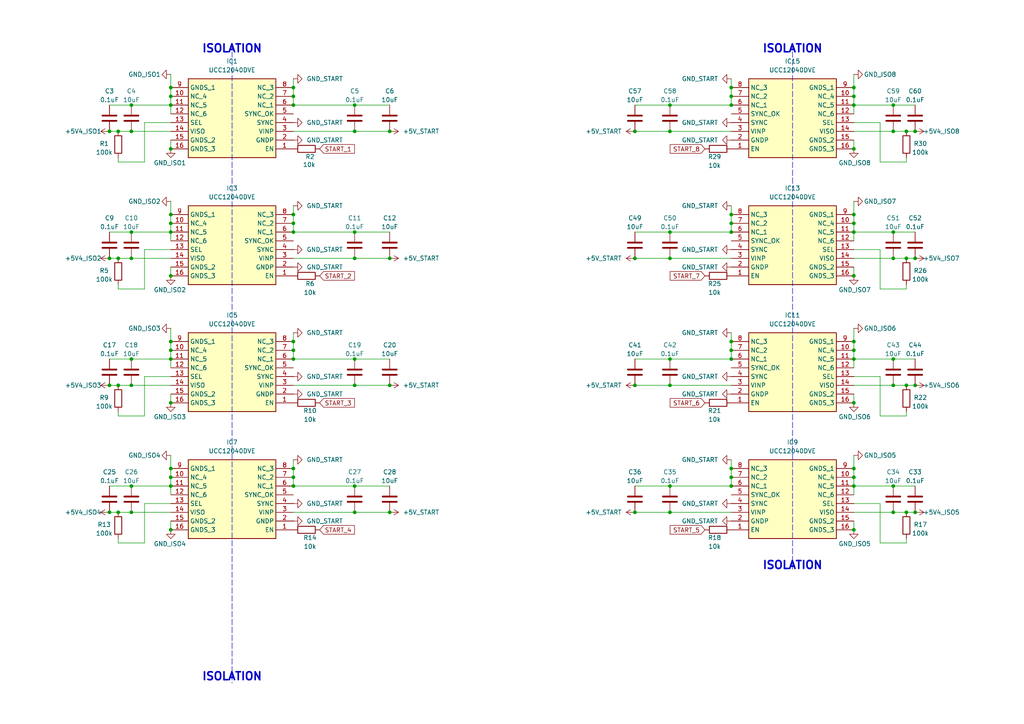
<source format=kicad_sch>
(kicad_sch (version 20250114) (generator "eeschema") (generator_version "9.0")
  (paper "A4")
  (title_block (title "LV_Kontrola_Main") (rev "1.00A") (company "\"Black Hornets\" Formula Student team") (comment 1 "Authors: Dusan Novkovic; Nikola Popovic") (comment 2 "Subteam: Low Voltage team"))
  (lib_symbols
    (symbol "Device:C" (pin_numbers (hide yes)) (pin_names (offset 0.254))
      (property "Reference" "C" (at 0.635 2.54 0))
      (property "Value" "C" (at 0.635 -2.54 0))
      (symbol "C_0_1"
        (polyline (pts (xy -2.032 0.762) (xy 2.032 0.762)) (stroke (width 0.508)))
        (polyline (pts (xy -2.032 -0.762) (xy 2.032 -0.762)) (stroke (width 0.508)))
      )
      (symbol "C_1_1"
        (pin passive line (at 0 3.81 270) (length 2.794) (name "~") (number "1"))
        (pin passive line (at 0 -3.81 90) (length 2.794) (name "~") (number "2"))
      )
    )
    (symbol "Device:R" (pin_numbers (hide yes)) (pin_names (offset 0))
      (property "Reference" "R" (at 2.032 0 90))
      (property "Value" "R" (at 0 0 90))
      (symbol "R_0_1"
        (rectangle (start -1.016 -2.54) (end 1.016 2.54) (stroke (width 0.254)))
      )
      (symbol "R_1_1"
        (pin passive line (at 0 3.81 270) (length 1.27) (name "~") (number "1"))
        (pin passive line (at 0 -3.81 90) (length 1.27) (name "~") (number "2"))
      )
    )
    (symbol "UCC12040DVE:UCC12040DVE"
      (property "Reference" "IC" (at 31.75 7.62 0))
      (property "Value" "UCC12040DVE" (at 31.75 5.08 0))
      (symbol "UCC12040DVE_1_1"
        (rectangle (start 5.08 2.54) (end 30.48 -20.32) (stroke (width 0.254)) (fill (type background)))
        (pin passive line (at 0 0 0) (length 5.08) (name "EN") (number "1"))
        (pin passive line (at 0 -2.54 0) (length 5.08) (name "GNDP") (number "2"))
        (pin passive line (at 0 -5.08 0) (length 5.08) (name "VINP") (number "3"))
        (pin passive line (at 0 -7.62 0) (length 5.08) (name "SYNC") (number "4"))
        (pin passive line (at 0 -10.16 0) (length 5.08) (name "SYNC_OK") (number "5"))
        (pin passive line (at 0 -12.7 0) (length 5.08) (name "NC_1") (number "6"))
        (pin passive line (at 0 -15.24 0) (length 5.08) (name "NC_2") (number "7"))
        (pin passive line (at 0 -17.78 0) (length 5.08) (name "NC_3") (number "8"))
        (pin passive line (at 35.56 0 180) (length 5.08) (name "GNDS_3") (number "16"))
        (pin passive line (at 35.56 -2.54 180) (length 5.08) (name "GNDS_2") (number "15"))
        (pin passive line (at 35.56 -5.08 180) (length 5.08) (name "VISO") (number "14"))
        (pin passive line (at 35.56 -7.62 180) (length 5.08) (name "SEL") (number "13"))
        (pin passive line (at 35.56 -10.16 180) (length 5.08) (name "NC_6") (number "12"))
        (pin passive line (at 35.56 -12.7 180) (length 5.08) (name "NC_5") (number "11"))
        (pin passive line (at 35.56 -15.24 180) (length 5.08) (name "NC_4") (number "10"))
        (pin passive line (at 35.56 -17.78 180) (length 5.08) (name "GNDS_1") (number "9"))
      )
    )
    (symbol "power:+5V" (power) (pin_numbers (hide yes)) (pin_names (offset 0) (hide yes))
      (property "Value" "+5V" (at 0 3.556 0))
      (symbol "+5V_0_1"
        (polyline (pts (xy -0.762 1.27) (xy 0 2.54)))
        (polyline (pts (xy 0 2.54) (xy 0.762 1.27)))
        (polyline (pts (xy 0 0) (xy 0 2.54)))
      )
      (symbol "+5V_1_1"
        (pin power_in line (at 0 0 90) (length 0) (name "~") (number "1"))
      )
    )
    (symbol "power:GND" (power) (pin_numbers (hide yes)) (pin_names (offset 0) (hide yes))
      (property "Value" "GND" (at 0 -3.81 0))
      (symbol "GND_0_1"
        (polyline (pts (xy 0 0) (xy 0 -1.27) (xy 1.27 -1.27) (xy 0 -2.54) (xy -1.27 -1.27) (xy 0 -1.27)))
      )
      (symbol "GND_1_1"
        (pin power_in line (at 0 0 270) (length 0) (name "~") (number "1"))
      )
    )
  )
  (text "ISOLATION" (at 67.31 196.342 0) (effects (font (size 2.286 2.286) (thickness 0.4572) (bold yes))))
  (text "ISOLATION" (at 229.87 14.224 0) (effects (font (size 2.286 2.286) (thickness 0.4572) (bold yes))))
  (text "ISOLATION" (at 67.31 14.224 0) (effects (font (size 2.286 2.286) (thickness 0.4572) (bold yes))))
  (text "ISOLATION" (at 229.87 164.084 0) (effects (font (size 2.286 2.286) (thickness 0.4572) (bold yes))))
  (junction (at 262.89 74.93))
  (junction (at 102.87 67.31))
  (junction (at 247.65 80.01))
  (junction (at 49.53 101.6))
  (junction (at 85.09 64.77))
  (junction (at 85.09 138.43))
  (junction (at 34.29 111.76))
  (junction (at 212.09 140.97))
  (junction (at 38.1 148.59))
  (junction (at 113.03 38.1))
  (junction (at 212.09 67.31))
  (junction (at 247.65 138.43))
  (junction (at 247.65 25.4))
  (junction (at 247.65 30.48))
  (junction (at 184.15 38.1))
  (junction (at 247.65 67.31))
  (junction (at 259.08 38.1))
  (junction (at 247.65 62.23))
  (junction (at 85.09 104.14))
  (junction (at 49.53 27.94))
  (junction (at 49.53 62.23))
  (junction (at 38.1 111.76))
  (junction (at 194.31 38.1))
  (junction (at 49.53 153.67))
  (junction (at 49.53 140.97))
  (junction (at 184.15 74.93))
  (junction (at 49.53 99.06))
  (junction (at 212.09 99.06))
  (junction (at 102.87 74.93))
  (junction (at 259.08 111.76))
  (junction (at 247.65 101.6))
  (junction (at 184.15 111.76))
  (junction (at 49.53 80.01))
  (junction (at 85.09 25.4))
  (junction (at 265.43 74.93))
  (junction (at 212.09 101.6))
  (junction (at 194.31 30.48))
  (junction (at 259.08 30.48))
  (junction (at 85.09 27.94))
  (junction (at 247.65 140.97))
  (junction (at 113.03 111.76))
  (junction (at 102.87 140.97))
  (junction (at 49.53 104.14))
  (junction (at 38.1 30.48))
  (junction (at 194.31 140.97))
  (junction (at 259.08 67.31))
  (junction (at 113.03 148.59))
  (junction (at 49.53 64.77))
  (junction (at 194.31 67.31))
  (junction (at 85.09 99.06))
  (junction (at 262.89 111.76))
  (junction (at 265.43 111.76))
  (junction (at 34.29 74.93))
  (junction (at 85.09 62.23))
  (junction (at 49.53 67.31))
  (junction (at 102.87 38.1))
  (junction (at 212.09 138.43))
  (junction (at 85.09 140.97))
  (junction (at 212.09 64.77))
  (junction (at 247.65 116.84))
  (junction (at 212.09 25.4))
  (junction (at 85.09 67.31))
  (junction (at 31.75 38.1))
  (junction (at 38.1 140.97))
  (junction (at 259.08 104.14))
  (junction (at 265.43 38.1))
  (junction (at 262.89 148.59))
  (junction (at 38.1 38.1))
  (junction (at 49.53 135.89))
  (junction (at 38.1 67.31))
  (junction (at 212.09 30.48))
  (junction (at 262.89 38.1))
  (junction (at 247.65 104.14))
  (junction (at 49.53 138.43))
  (junction (at 259.08 140.97))
  (junction (at 194.31 111.76))
  (junction (at 31.75 74.93))
  (junction (at 184.15 148.59))
  (junction (at 49.53 25.4))
  (junction (at 259.08 148.59))
  (junction (at 49.53 43.18))
  (junction (at 102.87 104.14))
  (junction (at 38.1 74.93))
  (junction (at 212.09 62.23))
  (junction (at 102.87 148.59))
  (junction (at 34.29 148.59))
  (junction (at 34.29 38.1))
  (junction (at 247.65 99.06))
  (junction (at 194.31 148.59))
  (junction (at 31.75 148.59))
  (junction (at 259.08 74.93))
  (junction (at 194.31 74.93))
  (junction (at 265.43 148.59))
  (junction (at 49.53 116.84))
  (junction (at 247.65 153.67))
  (junction (at 212.09 104.14))
  (junction (at 85.09 101.6))
  (junction (at 85.09 135.89))
  (junction (at 31.75 111.76))
  (junction (at 102.87 111.76))
  (junction (at 247.65 43.18))
  (junction (at 113.03 74.93))
  (junction (at 194.31 104.14))
  (junction (at 38.1 104.14))
  (junction (at 212.09 135.89))
  (junction (at 102.87 30.48))
  (junction (at 212.09 27.94))
  (junction (at 85.09 30.48))
  (junction (at 49.53 30.48))
  (junction (at 247.65 64.77))
  (junction (at 247.65 27.94))
  (junction (at 247.65 135.89))
  (wire (pts (xy 262.89 148.59) (xy 259.08 148.59)))
  (wire (pts (xy 265.43 111.76) (xy 262.89 111.76)))
  (wire (pts (xy 262.89 46.99) (xy 262.89 45.72)))
  (wire (pts (xy 194.31 140.97) (xy 184.15 140.97)))
  (wire (pts (xy 247.65 138.43) (xy 247.65 140.97)))
  (wire (pts (xy 194.31 148.59) (xy 184.15 148.59)))
  (wire (pts (xy 255.27 72.39) (xy 255.27 83.82)))
  (wire (pts (xy 49.53 104.14) (xy 49.53 106.68)))
  (wire (pts (xy 247.65 62.23) (xy 247.65 64.77)))
  (wire (pts (xy 247.65 58.42) (xy 247.65 62.23)))
  (wire (pts (xy 85.09 101.6) (xy 85.09 104.14)))
  (wire (pts (xy 49.53 40.64) (xy 49.53 43.18)))
  (wire (pts (xy 102.87 104.14) (xy 113.03 104.14)))
  (wire (pts (xy 49.53 25.4) (xy 49.53 27.94)))
  (wire (pts (xy 194.31 74.93) (xy 184.15 74.93)))
  (wire (pts (xy 49.53 21.59) (xy 49.53 25.4)))
  (wire (pts (xy 34.29 148.59) (xy 38.1 148.59)))
  (wire (pts (xy 38.1 148.59) (xy 49.53 148.59)))
  (wire (pts (xy 49.53 101.6) (xy 49.53 104.14)))
  (wire (pts (xy 102.87 67.31) (xy 113.03 67.31)))
  (wire (pts (xy 259.08 30.48) (xy 247.65 30.48)))
  (wire (pts (xy 31.75 38.1) (xy 34.29 38.1)))
  (wire (pts (xy 41.91 35.56) (xy 41.91 46.99)))
  (wire (pts (xy 212.09 138.43) (xy 212.09 140.97)))
  (wire (pts (xy 247.65 30.48) (xy 247.65 33.02)))
  (wire (pts (xy 49.53 58.42) (xy 49.53 62.23)))
  (wire (pts (xy 49.53 140.97) (xy 49.53 143.51)))
  (wire (pts (xy 38.1 111.76) (xy 49.53 111.76)))
  (wire (pts (xy 262.89 38.1) (xy 259.08 38.1)))
  (wire (pts (xy 212.09 140.97) (xy 194.31 140.97)))
  (wire (pts (xy 49.53 72.39) (xy 41.91 72.39)))
  (wire (pts (xy 247.65 104.14) (xy 247.65 106.68)))
  (wire (pts (xy 255.27 120.65) (xy 262.89 120.65)))
  (wire (pts (xy 102.87 140.97) (xy 113.03 140.97)))
  (wire (pts (xy 259.08 74.93) (xy 247.65 74.93)))
  (wire (pts (xy 31.75 30.48) (xy 38.1 30.48)))
  (wire (pts (xy 212.09 101.6) (xy 212.09 104.14)))
  (wire (pts (xy 247.65 114.3) (xy 247.65 116.84)))
  (wire (pts (xy 85.09 27.94) (xy 85.09 30.48)))
  (wire (pts (xy 49.53 146.05) (xy 41.91 146.05)))
  (wire (pts (xy 259.08 148.59) (xy 247.65 148.59)))
  (wire (pts (xy 49.53 132.08) (xy 49.53 135.89)))
  (wire (pts (xy 247.65 27.94) (xy 247.65 30.48)))
  (wire (pts (xy 34.29 120.65) (xy 34.29 119.38)))
  (wire (pts (xy 262.89 157.48) (xy 262.89 156.21)))
  (wire (pts (xy 49.53 151.13) (xy 49.53 153.67)))
  (wire (pts (xy 38.1 38.1) (xy 49.53 38.1)))
  (wire (pts (xy 247.65 101.6) (xy 247.65 104.14)))
  (wire (pts (xy 102.87 111.76) (xy 113.03 111.76)))
  (wire (pts (xy 85.09 135.89) (xy 85.09 138.43)))
  (wire (pts (xy 212.09 67.31) (xy 194.31 67.31)))
  (wire (pts (xy 49.53 30.48) (xy 49.53 33.02)))
  (wire (pts (xy 49.53 114.3) (xy 49.53 116.84)))
  (wire (pts (xy 41.91 157.48) (xy 34.29 157.48)))
  (wire (pts (xy 49.53 109.22) (xy 41.91 109.22)))
  (wire (pts (xy 212.09 99.06) (xy 212.09 101.6)))
  (wire (pts (xy 247.65 109.22) (xy 255.27 109.22)))
  (wire (pts (xy 85.09 96.52) (xy 85.09 99.06)))
  (wire (pts (xy 49.53 138.43) (xy 49.53 140.97)))
  (wire (pts (xy 255.27 46.99) (xy 262.89 46.99)))
  (wire (pts (xy 38.1 74.93) (xy 49.53 74.93)))
  (wire (pts (xy 212.09 27.94) (xy 212.09 30.48)))
  (wire (pts (xy 212.09 38.1) (xy 194.31 38.1)))
  (wire (pts (xy 38.1 104.14) (xy 49.53 104.14)))
  (wire (pts (xy 102.87 30.48) (xy 113.03 30.48)))
  (wire (pts (xy 265.43 104.14) (xy 259.08 104.14)))
  (wire (pts (xy 49.53 35.56) (xy 41.91 35.56)))
  (wire (pts (xy 49.53 135.89) (xy 49.53 138.43)))
  (wire (pts (xy 212.09 25.4) (xy 212.09 27.94)))
  (wire (pts (xy 85.09 64.77) (xy 85.09 67.31)))
  (wire (pts (xy 262.89 111.76) (xy 259.08 111.76)))
  (wire (pts (xy 85.09 138.43) (xy 85.09 140.97)))
  (wire (pts (xy 255.27 157.48) (xy 262.89 157.48)))
  (wire (pts (xy 212.09 62.23) (xy 212.09 64.77)))
  (wire (pts (xy 259.08 111.76) (xy 247.65 111.76)))
  (wire (pts (xy 102.87 148.59) (xy 113.03 148.59)))
  (wire (pts (xy 31.75 140.97) (xy 38.1 140.97)))
  (wire (pts (xy 31.75 104.14) (xy 38.1 104.14)))
  (wire (pts (xy 85.09 133.35) (xy 85.09 135.89)))
  (wire (pts (xy 41.91 120.65) (xy 34.29 120.65)))
  (wire (pts (xy 212.09 74.93) (xy 194.31 74.93)))
  (wire (pts (xy 38.1 140.97) (xy 49.53 140.97)))
  (wire (pts (xy 41.91 72.39) (xy 41.91 83.82)))
  (wire (pts (xy 262.89 83.82) (xy 262.89 82.55)))
  (wire (pts (xy 85.09 22.86) (xy 85.09 25.4)))
  (wire (pts (xy 212.09 111.76) (xy 194.31 111.76)))
  (wire (pts (xy 259.08 38.1) (xy 247.65 38.1)))
  (wire (pts (xy 212.09 133.35) (xy 212.09 135.89)))
  (wire (pts (xy 34.29 38.1) (xy 38.1 38.1)))
  (wire (pts (xy 41.91 109.22) (xy 41.91 120.65)))
  (wire (pts (xy 265.43 140.97) (xy 259.08 140.97)))
  (wire (pts (xy 255.27 146.05) (xy 255.27 157.48)))
  (wire (pts (xy 41.91 83.82) (xy 34.29 83.82)))
  (wire (pts (xy 31.75 74.93) (xy 34.29 74.93)))
  (wire (pts (xy 194.31 30.48) (xy 184.15 30.48)))
  (wire (pts (xy 212.09 96.52) (xy 212.09 99.06)))
  (wire (pts (xy 247.65 135.89) (xy 247.65 138.43)))
  (wire (pts (xy 102.87 38.1) (xy 113.03 38.1)))
  (wire (pts (xy 34.29 157.48) (xy 34.29 156.21)))
  (wire (pts (xy 49.53 95.25) (xy 49.53 99.06)))
  (wire (pts (xy 247.65 21.59) (xy 247.65 25.4)))
  (wire (pts (xy 85.09 140.97) (xy 102.87 140.97)))
  (wire (pts (xy 194.31 38.1) (xy 184.15 38.1)))
  (wire (pts (xy 212.09 135.89) (xy 212.09 138.43)))
  (wire (pts (xy 38.1 67.31) (xy 49.53 67.31)))
  (wire (pts (xy 194.31 67.31) (xy 184.15 67.31)))
  (wire (pts (xy 262.89 120.65) (xy 262.89 119.38)))
  (wire (pts (xy 85.09 30.48) (xy 102.87 30.48)))
  (wire (pts (xy 49.53 62.23) (xy 49.53 64.77)))
  (wire (pts (xy 247.65 35.56) (xy 255.27 35.56)))
  (wire (pts (xy 265.43 30.48) (xy 259.08 30.48)))
  (wire (pts (xy 41.91 146.05) (xy 41.91 157.48)))
  (wire (pts (xy 85.09 74.93) (xy 102.87 74.93)))
  (wire (pts (xy 255.27 35.56) (xy 255.27 46.99)))
  (wire (pts (xy 49.53 27.94) (xy 49.53 30.48)))
  (polyline (pts (xy 67.31 12.7) (xy 67.31 198.12)) (stroke (width 0) (type dash)))
  (wire (pts (xy 212.09 64.77) (xy 212.09 67.31)))
  (wire (pts (xy 85.09 111.76) (xy 102.87 111.76)))
  (wire (pts (xy 247.65 95.25) (xy 247.65 99.06)))
  (wire (pts (xy 212.09 30.48) (xy 194.31 30.48)))
  (wire (pts (xy 38.1 30.48) (xy 49.53 30.48)))
  (wire (pts (xy 85.09 25.4) (xy 85.09 27.94)))
  (wire (pts (xy 34.29 83.82) (xy 34.29 82.55)))
  (wire (pts (xy 247.65 40.64) (xy 247.65 43.18)))
  (wire (pts (xy 49.53 77.47) (xy 49.53 80.01)))
  (wire (pts (xy 265.43 67.31) (xy 259.08 67.31)))
  (wire (pts (xy 31.75 148.59) (xy 34.29 148.59)))
  (wire (pts (xy 212.09 59.69) (xy 212.09 62.23)))
  (wire (pts (xy 102.87 74.93) (xy 113.03 74.93)))
  (wire (pts (xy 259.08 104.14) (xy 247.65 104.14)))
  (wire (pts (xy 265.43 38.1) (xy 262.89 38.1)))
  (wire (pts (xy 247.65 146.05) (xy 255.27 146.05)))
  (wire (pts (xy 247.65 67.31) (xy 247.65 69.85)))
  (wire (pts (xy 85.09 38.1) (xy 102.87 38.1)))
  (wire (pts (xy 255.27 109.22) (xy 255.27 120.65)))
  (polyline (pts (xy 229.87 12.7) (xy 229.87 165.1)) (stroke (width 0) (type dash)))
  (wire (pts (xy 49.53 99.06) (xy 49.53 101.6)))
  (wire (pts (xy 31.75 67.31) (xy 38.1 67.31)))
  (wire (pts (xy 85.09 62.23) (xy 85.09 64.77)))
  (wire (pts (xy 265.43 148.59) (xy 262.89 148.59)))
  (wire (pts (xy 194.31 104.14) (xy 184.15 104.14)))
  (wire (pts (xy 85.09 59.69) (xy 85.09 62.23)))
  (wire (pts (xy 247.65 151.13) (xy 247.65 153.67)))
  (wire (pts (xy 34.29 74.93) (xy 38.1 74.93)))
  (wire (pts (xy 49.53 64.77) (xy 49.53 67.31)))
  (wire (pts (xy 247.65 72.39) (xy 255.27 72.39)))
  (wire (pts (xy 49.53 67.31) (xy 49.53 69.85)))
  (wire (pts (xy 259.08 67.31) (xy 247.65 67.31)))
  (wire (pts (xy 265.43 74.93) (xy 262.89 74.93)))
  (wire (pts (xy 85.09 67.31) (xy 102.87 67.31)))
  (wire (pts (xy 247.65 132.08) (xy 247.65 135.89)))
  (wire (pts (xy 212.09 148.59) (xy 194.31 148.59)))
  (wire (pts (xy 262.89 74.93) (xy 259.08 74.93)))
  (wire (pts (xy 212.09 22.86) (xy 212.09 25.4)))
  (wire (pts (xy 85.09 104.14) (xy 102.87 104.14)))
  (wire (pts (xy 247.65 99.06) (xy 247.65 101.6)))
  (wire (pts (xy 247.65 25.4) (xy 247.65 27.94)))
  (wire (pts (xy 212.09 104.14) (xy 194.31 104.14)))
  (wire (pts (xy 85.09 99.06) (xy 85.09 101.6)))
  (wire (pts (xy 31.75 111.76) (xy 34.29 111.76)))
  (wire (pts (xy 34.29 46.99) (xy 34.29 45.72)))
  (wire (pts (xy 247.65 77.47) (xy 247.65 80.01)))
  (wire (pts (xy 255.27 83.82) (xy 262.89 83.82)))
  (wire (pts (xy 85.09 148.59) (xy 102.87 148.59)))
  (wire (pts (xy 247.65 64.77) (xy 247.65 67.31)))
  (wire (pts (xy 259.08 140.97) (xy 247.65 140.97)))
  (wire (pts (xy 34.29 111.76) (xy 38.1 111.76)))
  (wire (pts (xy 41.91 46.99) (xy 34.29 46.99)))
  (wire (pts (xy 194.31 111.76) (xy 184.15 111.76)))
  (wire (pts (xy 247.65 140.97) (xy 247.65 143.51)))
  (global_label "START_1" (shape input) (at 92.71 43.18 0) (property "Intersheetrefs" "${INTERSHEET_REFS}" (effects (hide yes))))
  (global_label "START_7" (shape input) (at 204.47 80.01 180) (property "Intersheetrefs" "${INTERSHEET_REFS}" (effects (hide yes))))
  (global_label "START_5" (shape input) (at 204.47 153.67 180) (property "Intersheetrefs" "${INTERSHEET_REFS}" (effects (hide yes))))
  (global_label "START_3" (shape input) (at 92.71 116.84 0) (property "Intersheetrefs" "${INTERSHEET_REFS}" (effects (hide yes))))
  (global_label "START_6" (shape input) (at 204.47 116.84 180) (property "Intersheetrefs" "${INTERSHEET_REFS}" (effects (hide yes))))
  (global_label "START_2" (shape input) (at 92.71 80.01 0) (property "Intersheetrefs" "${INTERSHEET_REFS}" (effects (hide yes))))
  (global_label "START_8" (shape input) (at 204.47 43.18 180) (property "Intersheetrefs" "${INTERSHEET_REFS}" (effects (hide yes))))
  (global_label "START_4" (shape input) (at 92.71 153.67 0) (property "Intersheetrefs" "${INTERSHEET_REFS}" (effects (hide yes))))
  (symbol (lib_id "Device:C") (at 265.43 34.29 0) (mirror x) (unit 1)
    (property "Reference" "C60" (at 265.43 26.416 0))
    (property "Value" "0.1uF" (at 265.43 28.956 0))
    (property "Description" "Unpolarized capacitor" (effects (hide yes)))
  )
  (symbol (lib_id "power:GND") (at 49.53 43.18 0) (unit 1)
    (property "Reference" "#PWR03" (effects (hide yes)))
    (property "Value" "GND_ISO1" (at 49.276 47.244 0))
    (property "Description" "Power symbol creates a global label with name \"GND\" , ground" (effects (hide yes)))
  )
  (symbol (lib_id "power:GND") (at 85.09 109.22 90) (unit 1)
    (property "Reference" "#PWR033" (effects (hide yes)))
    (property "Value" "GND_START" (at 88.9 109.2199 90) (effects (justify right)))
    (property "Description" "Power symbol creates a global label with name \"GND\" , ground" (effects (hide yes)))
  )
  (symbol (lib_id "Device:R") (at 262.89 78.74 0) (mirror x) (unit 1)
    (property "Reference" "R26" (at 266.954 78.486 0))
    (property "Value" "100k" (at 266.954 81.026 0))
    (property "Description" "Resistor" (effects (hide yes)))
  )
  (symbol (lib_id "power:GND") (at 85.09 72.39 90) (unit 1)
    (property "Reference" "#PWR019" (effects (hide yes)))
    (property "Value" "GND_START" (at 88.9 72.3899 90) (effects (justify right)))
    (property "Description" "Power symbol creates a global label with name \"GND\" , ground" (effects (hide yes)))
  )
  (symbol (lib_id "power:+5V") (at 113.03 38.1 270) (unit 1)
    (property "Reference" "#PWR016" (effects (hide yes)))
    (property "Value" "+5V_START" (at 116.84 38.0999 90) (effects (justify left)))
    (property "Description" "Power symbol creates a global label with name \"+5V\"" (effects (hide yes)))
  )
  (symbol (lib_id "power:+5V") (at 265.43 74.93 270) (mirror x) (unit 1)
    (property "Reference" "#PWR091" (effects (hide yes)))
    (property "Value" "+5V4_ISO7" (at 273.05 74.93 90))
    (property "Description" "Power symbol creates a global label with name \"+5V\"" (effects (hide yes)))
  )
  (symbol (lib_id "power:+5V") (at 184.15 148.59 90) (mirror x) (unit 1)
    (property "Reference" "#PWR063" (effects (hide yes)))
    (property "Value" "+5V_START" (at 180.34 148.5899 90) (effects (justify left)))
    (property "Description" "Power symbol creates a global label with name \"+5V\"" (effects (hide yes)))
  )
  (symbol (lib_id "Device:C") (at 194.31 144.78 0) (mirror x) (unit 1)
    (property "Reference" "C35" (at 194.31 136.906 0))
    (property "Value" "0.1uF" (at 194.31 139.446 0))
    (property "Description" "Unpolarized capacitor" (effects (hide yes)))
  )
  (symbol (lib_id "power:GND") (at 212.09 96.52 270) (mirror x) (unit 1)
    (property "Reference" "#PWR072" (effects (hide yes)))
    (property "Value" "GND_START" (at 208.28 96.5199 90) (effects (justify right)))
    (property "Description" "Power symbol creates a global label with name \"GND\" , ground" (effects (hide yes)))
  )
  (symbol (lib_id "Device:C") (at 102.87 107.95 180) (unit 1)
    (property "Reference" "C19" (at 102.87 100.076 0))
    (property "Value" "0.1uF" (at 102.87 102.616 0))
    (property "Description" "Unpolarized capacitor" (effects (hide yes)))
  )
  (symbol (lib_id "power:+5V") (at 31.75 38.1 90) (unit 1)
    (property "Reference" "#PWR013" (effects (hide yes)))
    (property "Value" "+5V4_ISO1" (at 24.13 38.1 90))
    (property "Description" "Power symbol creates a global label with name \"+5V\"" (effects (hide yes)))
  )
  (symbol (lib_id "power:GND") (at 212.09 22.86 270) (mirror x) (unit 1)
    (property "Reference" "#PWR0100" (effects (hide yes)))
    (property "Value" "GND_START" (at 208.28 22.8599 90) (effects (justify right)))
    (property "Description" "Power symbol creates a global label with name \"GND\" , ground" (effects (hide yes)))
  )
  (symbol (lib_id "Device:C") (at 184.15 34.29 0) (mirror x) (unit 1)
    (property "Reference" "C57" (at 184.15 26.416 0))
    (property "Value" "10uF" (at 184.15 28.956 0))
    (property "Description" "Unpolarized capacitor" (effects (hide yes)))
  )
  (symbol (lib_id "Device:C") (at 31.75 34.29 180) (unit 1)
    (property "Reference" "C3" (at 31.75 26.416 0))
    (property "Value" "0.1uF" (at 31.75 28.956 0))
    (property "Description" "Unpolarized capacitor" (effects (hide yes)))
  )
  (symbol (lib_id "Device:C") (at 113.03 34.29 180) (unit 1)
    (property "Reference" "C6" (at 113.03 26.416 0))
    (property "Value" "10uF" (at 113.03 28.956 0))
    (property "Description" "Unpolarized capacitor" (effects (hide yes)))
  )
  (symbol (lib_id "UCC12040DVE:UCC12040DVE") (at 85.09 80.01 180) (unit 1)
    (property "Reference" "IC3" (at 67.31 54.61 0))
    (property "Value" "UCC12040DVE" (at 67.31 57.15 0))
    (property "Footprint" "SOIC127P1030X265-16N" (effects (hide yes)))
    (property "Datasheet" "https://www.ti.com/lit/gpn/UCC12040" (effects (hide yes)))
    (property "Description" "Isolated DC/DC Converters 500mW, high efficiency 3kVrms isolated DC-DC converter 16-SO-MOD -40 to 125" (effects (hide yes)))
    (property "Height" "2.65" (effects (hide yes)))
    (property "Mouser Part Number" "595-UCC12040DVE" (effects (hide yes)))
    (property "Mouser Price/Stock" "https://www.mouser.co.uk/ProductDetail/Texas-Instruments/UCC12040DVE?qs=xZ%2FP%252Ba9zWqaWnn41WPN4Eg%3D%3D" (effects (hide yes)))
    (property "Manufacturer_Name" "Texas Instruments" (effects (hide yes)))
    (property "Manufacturer_Part_Number" "UCC12040DVE" (effects (hide yes)))
  )
  (symbol (lib_id "power:+5V") (at 265.43 38.1 270) (mirror x) (unit 1)
    (property "Reference" "#PWR0105" (effects (hide yes)))
    (property "Value" "+5V4_ISO8" (at 273.05 38.1 90))
    (property "Description" "Power symbol creates a global label with name \"+5V\"" (effects (hide yes)))
  )
  (symbol (lib_id "Device:C") (at 31.75 107.95 180) (unit 1)
    (property "Reference" "C17" (at 31.75 100.076 0))
    (property "Value" "0.1uF" (at 31.75 102.616 0))
    (property "Description" "Unpolarized capacitor" (effects (hide yes)))
  )
  (symbol (lib_id "power:GND") (at 212.09 146.05 270) (mirror x) (unit 1)
    (property "Reference" "#PWR061" (effects (hide yes)))
    (property "Value" "GND_START" (at 208.28 146.0499 90) (effects (justify right)))
    (property "Description" "Power symbol creates a global label with name \"GND\" , ground" (effects (hide yes)))
  )
  (symbol (lib_id "Device:C") (at 38.1 107.95 180) (unit 1)
    (property "Reference" "C18" (at 38.1 100.076 0))
    (property "Value" "10uF" (at 38.1 102.616 0))
    (property "Description" "Unpolarized capacitor" (effects (hide yes)))
  )
  (symbol (lib_id "UCC12040DVE:UCC12040DVE") (at 212.09 43.18 0) (mirror x) (unit 1)
    (property "Reference" "IC15" (at 229.87 17.78 0))
    (property "Value" "UCC12040DVE" (at 229.87 20.32 0))
    (property "Footprint" "SOIC127P1030X265-16N" (effects (hide yes)))
    (property "Datasheet" "https://www.ti.com/lit/gpn/UCC12040" (effects (hide yes)))
    (property "Description" "Isolated DC/DC Converters 500mW, high efficiency 3kVrms isolated DC-DC converter 16-SO-MOD -40 to 125" (effects (hide yes)))
    (property "Height" "2.65" (effects (hide yes)))
    (property "Mouser Part Number" "595-UCC12040DVE" (effects (hide yes)))
    (property "Mouser Price/Stock" "https://www.mouser.co.uk/ProductDetail/Texas-Instruments/UCC12040DVE?qs=xZ%2FP%252Ba9zWqaWnn41WPN4Eg%3D%3D" (effects (hide yes)))
    (property "Manufacturer_Name" "Texas Instruments" (effects (hide yes)))
    (property "Manufacturer_Part_Number" "UCC12040DVE" (effects (hide yes)))
  )
  (symbol (lib_id "Device:C") (at 194.31 34.29 0) (mirror x) (unit 1)
    (property "Reference" "C58" (at 194.31 26.416 0))
    (property "Value" "0.1uF" (at 194.31 28.956 0))
    (property "Description" "Unpolarized capacitor" (effects (hide yes)))
  )
  (symbol (lib_id "power:+5V") (at 184.15 38.1 90) (mirror x) (unit 1)
    (property "Reference" "#PWR099" (effects (hide yes)))
    (property "Value" "+5V_START" (at 180.34 38.0999 90) (effects (justify left)))
    (property "Description" "Power symbol creates a global label with name \"+5V\"" (effects (hide yes)))
  )
  (symbol (lib_id "Device:R") (at 88.9 80.01 270) (unit 1)
    (property "Reference" "R6" (at 89.916 82.296 90))
    (property "Value" "10k" (at 89.916 84.836 90))
    (property "Description" "Resistor" (effects (hide yes)))
  )
  (symbol (lib_id "Device:C") (at 259.08 107.95 0) (mirror x) (unit 1)
    (property "Reference" "C43" (at 259.08 100.076 0))
    (property "Value" "10uF" (at 259.08 102.616 0))
    (property "Description" "Unpolarized capacitor" (effects (hide yes)))
  )
  (symbol (lib_id "power:GND") (at 212.09 133.35 270) (mirror x) (unit 1)
    (property "Reference" "#PWR060" (effects (hide yes)))
    (property "Value" "GND_START" (at 208.28 133.3499 90) (effects (justify right)))
    (property "Description" "Power symbol creates a global label with name \"GND\" , ground" (effects (hide yes)))
  )
  (symbol (lib_id "power:+5V") (at 31.75 148.59 90) (unit 1)
    (property "Reference" "#PWR043" (effects (hide yes)))
    (property "Value" "+5V4_ISO4" (at 24.13 148.59 90))
    (property "Description" "Power symbol creates a global label with name \"+5V\"" (effects (hide yes)))
  )
  (symbol (lib_id "Device:R") (at 88.9 43.18 270) (unit 1)
    (property "Reference" "R2" (at 89.916 45.466 90))
    (property "Value" "10k" (at 89.662 47.752 90))
    (property "Description" "Resistor" (effects (hide yes)))
  )
  (symbol (lib_id "Device:R") (at 208.28 153.67 90) (mirror x) (unit 1)
    (property "Reference" "R18" (at 207.264 155.956 90))
    (property "Value" "10k" (at 207.264 158.496 90))
    (property "Description" "Resistor" (effects (hide yes)))
  )
  (symbol (lib_id "power:GND") (at 49.53 153.67 0) (unit 1)
    (property "Reference" "#PWR045" (effects (hide yes)))
    (property "Value" "GND_ISO4" (at 49.276 157.734 0))
    (property "Description" "Power symbol creates a global label with name \"GND\" , ground" (effects (hide yes)))
  )
  (symbol (lib_id "power:GND") (at 85.09 151.13 90) (unit 1)
    (property "Reference" "#PWR048" (effects (hide yes)))
    (property "Value" "GND_START" (at 88.9 151.1299 90) (effects (justify right)))
    (property "Description" "Power symbol creates a global label with name \"GND\" , ground" (effects (hide yes)))
  )
  (symbol (lib_id "power:GND") (at 212.09 109.22 270) (mirror x) (unit 1)
    (property "Reference" "#PWR073" (effects (hide yes)))
    (property "Value" "GND_START" (at 208.28 109.2199 90) (effects (justify right)))
    (property "Description" "Power symbol creates a global label with name \"GND\" , ground" (effects (hide yes)))
  )
  (symbol (lib_id "power:GND") (at 85.09 35.56 90) (unit 1)
    (property "Reference" "#PWR015" (effects (hide yes)))
    (property "Value" "GND_START" (at 88.9 35.5599 90) (effects (justify right)))
    (property "Description" "Power symbol creates a global label with name \"GND\" , ground" (effects (hide yes)))
  )
  (symbol (lib_id "Device:R") (at 208.28 116.84 90) (mirror x) (unit 1)
    (property "Reference" "R21" (at 207.264 119.126 90))
    (property "Value" "10k" (at 207.264 121.666 90))
    (property "Description" "Resistor" (effects (hide yes)))
  )
  (symbol (lib_id "UCC12040DVE:UCC12040DVE") (at 212.09 116.84 0) (mirror x) (unit 1)
    (property "Reference" "IC11" (at 229.87 91.44 0))
    (property "Value" "UCC12040DVE" (at 229.87 93.98 0))
    (property "Footprint" "SOIC127P1030X265-16N" (effects (hide yes)))
    (property "Datasheet" "https://www.ti.com/lit/gpn/UCC12040" (effects (hide yes)))
    (property "Description" "Isolated DC/DC Converters 500mW, high efficiency 3kVrms isolated DC-DC converter 16-SO-MOD -40 to 125" (effects (hide yes)))
    (property "Height" "2.65" (effects (hide yes)))
    (property "Mouser Part Number" "595-UCC12040DVE" (effects (hide yes)))
    (property "Mouser Price/Stock" "https://www.mouser.co.uk/ProductDetail/Texas-Instruments/UCC12040DVE?qs=xZ%2FP%252Ba9zWqaWnn41WPN4Eg%3D%3D" (effects (hide yes)))
    (property "Manufacturer_Name" "Texas Instruments" (effects (hide yes)))
    (property "Manufacturer_Part_Number" "UCC12040DVE" (effects (hide yes)))
  )
  (symbol (lib_id "power:+5V") (at 265.43 111.76 270) (mirror x) (unit 1)
    (property "Reference" "#PWR077" (effects (hide yes)))
    (property "Value" "+5V4_ISO6" (at 273.05 111.76 90))
    (property "Description" "Power symbol creates a global label with name \"+5V\"" (effects (hide yes)))
  )
  (symbol (lib_id "power:GND") (at 49.53 21.59 270) (unit 1)
    (property "Reference" "#PWR02" (effects (hide yes)))
    (property "Value" "GND_ISO1" (at 41.91 21.59 90))
    (property "Description" "Power symbol creates a global label with name \"GND\" , ground" (effects (hide yes)))
  )
  (symbol (lib_id "power:GND") (at 85.09 77.47 90) (unit 1)
    (property "Reference" "#PWR020" (effects (hide yes)))
    (property "Value" "GND_START" (at 88.9 77.4699 90) (effects (justify right)))
    (property "Description" "Power symbol creates a global label with name \"GND\" , ground" (effects (hide yes)))
  )
  (symbol (lib_id "power:GND") (at 212.09 151.13 270) (mirror x) (unit 1)
    (property "Reference" "#PWR062" (effects (hide yes)))
    (property "Value" "GND_START" (at 208.28 151.1299 90) (effects (justify right)))
    (property "Description" "Power symbol creates a global label with name \"GND\" , ground" (effects (hide yes)))
  )
  (symbol (lib_id "Device:C") (at 259.08 71.12 0) (mirror x) (unit 1)
    (property "Reference" "C51" (at 259.08 63.246 0))
    (property "Value" "10uF" (at 259.08 65.786 0))
    (property "Description" "Unpolarized capacitor" (effects (hide yes)))
  )
  (symbol (lib_id "power:GND") (at 85.09 114.3 90) (unit 1)
    (property "Reference" "#PWR034" (effects (hide yes)))
    (property "Value" "GND_START" (at 88.9 114.2999 90) (effects (justify right)))
    (property "Description" "Power symbol creates a global label with name \"GND\" , ground" (effects (hide yes)))
  )
  (symbol (lib_id "Device:R") (at 34.29 152.4 180) (unit 1)
    (property "Reference" "R13" (at 30.226 152.146 0))
    (property "Value" "100k" (at 30.226 154.686 0))
    (property "Description" "Resistor" (effects (hide yes)))
  )
  (symbol (lib_id "power:+5V") (at 184.15 74.93 90) (mirror x) (unit 1)
    (property "Reference" "#PWR085" (effects (hide yes)))
    (property "Value" "+5V_START" (at 180.34 74.9299 90) (effects (justify left)))
    (property "Description" "Power symbol creates a global label with name \"+5V\"" (effects (hide yes)))
  )
  (symbol (lib_id "power:GND") (at 212.09 114.3 270) (mirror x) (unit 1)
    (property "Reference" "#PWR074" (effects (hide yes)))
    (property "Value" "GND_START" (at 208.28 114.2999 90) (effects (justify right)))
    (property "Description" "Power symbol creates a global label with name \"GND\" , ground" (effects (hide yes)))
  )
  (symbol (lib_id "Device:C") (at 31.75 71.12 180) (unit 1)
    (property "Reference" "C9" (at 31.75 63.246 0))
    (property "Value" "0.1uF" (at 31.75 65.786 0))
    (property "Description" "Unpolarized capacitor" (effects (hide yes)))
  )
  (symbol (lib_id "UCC12040DVE:UCC12040DVE") (at 85.09 116.84 180) (unit 1)
    (property "Reference" "IC5" (at 67.31 91.44 0))
    (property "Value" "UCC12040DVE" (at 67.31 93.98 0))
    (property "Footprint" "SOIC127P1030X265-16N" (effects (hide yes)))
    (property "Datasheet" "https://www.ti.com/lit/gpn/UCC12040" (effects (hide yes)))
    (property "Description" "Isolated DC/DC Converters 500mW, high efficiency 3kVrms isolated DC-DC converter 16-SO-MOD -40 to 125" (effects (hide yes)))
    (property "Height" "2.65" (effects (hide yes)))
    (property "Mouser Part Number" "595-UCC12040DVE" (effects (hide yes)))
    (property "Mouser Price/Stock" "https://www.mouser.co.uk/ProductDetail/Texas-Instruments/UCC12040DVE?qs=xZ%2FP%252Ba9zWqaWnn41WPN4Eg%3D%3D" (effects (hide yes)))
    (property "Manufacturer_Name" "Texas Instruments" (effects (hide yes)))
    (property "Manufacturer_Part_Number" "UCC12040DVE" (effects (hide yes)))
  )
  (symbol (lib_id "power:+5V") (at 113.03 74.93 270) (unit 1)
    (property "Reference" "#PWR021" (effects (hide yes)))
    (property "Value" "+5V_START" (at 116.84 74.9299 90) (effects (justify left)))
    (property "Description" "Power symbol creates a global label with name \"+5V\"" (effects (hide yes)))
  )
  (symbol (lib_id "Device:R") (at 34.29 115.57 180) (unit 1)
    (property "Reference" "R9" (at 30.226 115.316 0))
    (property "Value" "100k" (at 30.226 117.856 0))
    (property "Description" "Resistor" (effects (hide yes)))
  )
  (symbol (lib_id "UCC12040DVE:UCC12040DVE") (at 212.09 153.67 0) (mirror x) (unit 1)
    (property "Reference" "IC9" (at 229.87 128.27 0))
    (property "Value" "UCC12040DVE" (at 229.87 130.81 0))
    (property "Footprint" "SOIC127P1030X265-16N" (effects (hide yes)))
    (property "Datasheet" "https://www.ti.com/lit/gpn/UCC12040" (effects (hide yes)))
    (property "Description" "Isolated DC/DC Converters 500mW, high efficiency 3kVrms isolated DC-DC converter 16-SO-MOD -40 to 125" (effects (hide yes)))
    (property "Height" "2.65" (effects (hide yes)))
    (property "Mouser Part Number" "595-UCC12040DVE" (effects (hide yes)))
    (property "Mouser Price/Stock" "https://www.mouser.co.uk/ProductDetail/Texas-Instruments/UCC12040DVE?qs=xZ%2FP%252Ba9zWqaWnn41WPN4Eg%3D%3D" (effects (hide yes)))
    (property "Manufacturer_Name" "Texas Instruments" (effects (hide yes)))
    (property "Manufacturer_Part_Number" "UCC12040DVE" (effects (hide yes)))
  )
  (symbol (lib_id "power:GND") (at 247.65 43.18 0) (mirror y) (unit 1)
    (property "Reference" "#PWR0104" (effects (hide yes)))
    (property "Value" "GND_ISO8" (at 247.904 47.244 0))
    (property "Description" "Power symbol creates a global label with name \"GND\" , ground" (effects (hide yes)))
  )
  (symbol (lib_id "Device:C") (at 38.1 34.29 180) (unit 1)
    (property "Reference" "C4" (at 38.1 26.416 0))
    (property "Value" "10uF" (at 38.1 28.956 0))
    (property "Description" "Unpolarized capacitor" (effects (hide yes)))
  )
  (symbol (lib_id "Device:R") (at 208.28 43.18 90) (mirror x) (unit 1)
    (property "Reference" "R29" (at 207.264 45.466 90))
    (property "Value" "10k" (at 207.264 48.006 90))
    (property "Description" "Resistor" (effects (hide yes)))
  )
  (symbol (lib_id "Device:R") (at 262.89 115.57 0) (mirror x) (unit 1)
    (property "Reference" "R22" (at 266.954 115.316 0))
    (property "Value" "100k" (at 266.954 117.856 0))
    (property "Description" "Resistor" (effects (hide yes)))
  )
  (symbol (lib_id "power:+5V") (at 265.43 148.59 270) (mirror x) (unit 1)
    (property "Reference" "#PWR057" (effects (hide yes)))
    (property "Value" "+5V4_ISO5" (at 273.05 148.59 90))
    (property "Description" "Power symbol creates a global label with name \"+5V\"" (effects (hide yes)))
  )
  (symbol (lib_id "Device:C") (at 113.03 144.78 180) (unit 1)
    (property "Reference" "C28" (at 113.03 136.906 0))
    (property "Value" "10uF" (at 113.03 139.446 0))
    (property "Description" "Unpolarized capacitor" (effects (hide yes)))
  )
  (symbol (lib_id "power:GND") (at 212.09 77.47 270) (mirror x) (unit 1)
    (property "Reference" "#PWR088" (effects (hide yes)))
    (property "Value" "GND_START" (at 208.28 77.4699 90) (effects (justify right)))
    (property "Description" "Power symbol creates a global label with name \"GND\" , ground" (effects (hide yes)))
  )
  (symbol (lib_id "Device:C") (at 265.43 107.95 0) (mirror x) (unit 1)
    (property "Reference" "C44" (at 265.43 100.076 0))
    (property "Value" "0.1uF" (at 265.43 102.616 0))
    (property "Description" "Unpolarized capacitor" (effects (hide yes)))
  )
  (symbol (lib_id "Device:C") (at 184.15 144.78 0) (mirror x) (unit 1)
    (property "Reference" "C36" (at 184.15 136.906 0))
    (property "Value" "10uF" (at 184.15 139.446 0))
    (property "Description" "Unpolarized capacitor" (effects (hide yes)))
  )
  (symbol (lib_id "Device:R") (at 88.9 153.67 270) (unit 1)
    (property "Reference" "R14" (at 89.916 155.956 90))
    (property "Value" "10k" (at 89.916 158.496 90))
    (property "Description" "Resistor" (effects (hide yes)))
  )
  (symbol (lib_id "power:GND") (at 247.65 21.59 90) (mirror x) (unit 1)
    (property "Reference" "#PWR0103" (effects (hide yes)))
    (property "Value" "GND_ISO8" (at 255.27 21.59 90))
    (property "Description" "Power symbol creates a global label with name \"GND\" , ground" (effects (hide yes)))
  )
  (symbol (lib_id "power:+5V") (at 31.75 74.93 90) (unit 1)
    (property "Reference" "#PWR010" (effects (hide yes)))
    (property "Value" "+5V4_ISO2" (at 24.13 74.93 90))
    (property "Description" "Power symbol creates a global label with name \"+5V\"" (effects (hide yes)))
  )
  (symbol (lib_id "Device:C") (at 38.1 144.78 180) (unit 1)
    (property "Reference" "C26" (at 38.1 136.906 0))
    (property "Value" "10uF" (at 38.1 139.446 0))
    (property "Description" "Unpolarized capacitor" (effects (hide yes)))
  )
  (symbol (lib_id "power:GND") (at 85.09 133.35 90) (unit 1)
    (property "Reference" "#PWR046" (effects (hide yes)))
    (property "Value" "GND_START" (at 88.9 133.3499 90) (effects (justify right)))
    (property "Description" "Power symbol creates a global label with name \"GND\" , ground" (effects (hide yes)))
  )
  (symbol (lib_id "Device:R") (at 262.89 152.4 0) (mirror x) (unit 1)
    (property "Reference" "R17" (at 266.954 152.146 0))
    (property "Value" "100k" (at 266.954 154.686 0))
    (property "Description" "Resistor" (effects (hide yes)))
  )
  (symbol (lib_id "Device:C") (at 102.87 144.78 180) (unit 1)
    (property "Reference" "C27" (at 102.87 136.906 0))
    (property "Value" "0.1uF" (at 102.87 139.446 0))
    (property "Description" "Unpolarized capacitor" (effects (hide yes)))
  )
  (symbol (lib_id "power:GND") (at 247.65 58.42 90) (mirror x) (unit 1)
    (property "Reference" "#PWR089" (effects (hide yes)))
    (property "Value" "GND_ISO7" (at 255.27 58.42 90))
    (property "Description" "Power symbol creates a global label with name \"GND\" , ground" (effects (hide yes)))
  )
  (symbol (lib_id "power:+5V") (at 31.75 111.76 90) (unit 1)
    (property "Reference" "#PWR029" (effects (hide yes)))
    (property "Value" "+5V4_ISO3" (at 24.13 111.76 90))
    (property "Description" "Power symbol creates a global label with name \"+5V\"" (effects (hide yes)))
  )
  (symbol (lib_id "power:+5V") (at 184.15 111.76 90) (mirror x) (unit 1)
    (property "Reference" "#PWR071" (effects (hide yes)))
    (property "Value" "+5V_START" (at 180.34 111.7599 90) (effects (justify left)))
    (property "Description" "Power symbol creates a global label with name \"+5V\"" (effects (hide yes)))
  )
  (symbol (lib_id "power:GND") (at 212.09 40.64 270) (mirror x) (unit 1)
    (property "Reference" "#PWR0102" (effects (hide yes)))
    (property "Value" "GND_START" (at 208.28 40.6399 90) (effects (justify right)))
    (property "Description" "Power symbol creates a global label with name \"GND\" , ground" (effects (hide yes)))
  )
  (symbol (lib_id "power:GND") (at 212.09 59.69 270) (mirror x) (unit 1)
    (property "Reference" "#PWR086" (effects (hide yes)))
    (property "Value" "GND_START" (at 208.28 59.6899 90) (effects (justify right)))
    (property "Description" "Power symbol creates a global label with name \"GND\" , ground" (effects (hide yes)))
  )
  (symbol (lib_id "Device:R") (at 208.28 80.01 90) (mirror x) (unit 1)
    (property "Reference" "R25" (at 207.264 82.296 90))
    (property "Value" "10k" (at 207.264 84.836 90))
    (property "Description" "Resistor" (effects (hide yes)))
  )
  (symbol (lib_id "Device:C") (at 102.87 34.29 180) (unit 1)
    (property "Reference" "C5" (at 102.87 26.416 0))
    (property "Value" "0.1uF" (at 102.87 28.956 0))
    (property "Description" "Unpolarized capacitor" (effects (hide yes)))
  )
  (symbol (lib_id "power:GND") (at 247.65 80.01 0) (mirror y) (unit 1)
    (property "Reference" "#PWR090" (effects (hide yes)))
    (property "Value" "GND_ISO7" (at 247.904 84.074 0))
    (property "Description" "Power symbol creates a global label with name \"GND\" , ground" (effects (hide yes)))
  )
  (symbol (lib_id "power:GND") (at 49.53 116.84 0) (unit 1)
    (property "Reference" "#PWR031" (effects (hide yes)))
    (property "Value" "GND_ISO3" (at 49.276 120.904 0))
    (property "Description" "Power symbol creates a global label with name \"GND\" , ground" (effects (hide yes)))
  )
  (symbol (lib_id "power:+5V") (at 113.03 148.59 270) (unit 1)
    (property "Reference" "#PWR049" (effects (hide yes)))
    (property "Value" "+5V_START" (at 116.84 148.5899 90) (effects (justify left)))
    (property "Description" "Power symbol creates a global label with name \"+5V\"" (effects (hide yes)))
  )
  (symbol (lib_id "Device:C") (at 194.31 71.12 0) (mirror x) (unit 1)
    (property "Reference" "C50" (at 194.31 63.246 0))
    (property "Value" "0.1uF" (at 194.31 65.786 0))
    (property "Description" "Unpolarized capacitor" (effects (hide yes)))
  )
  (symbol (lib_id "power:GND") (at 85.09 96.52 90) (unit 1)
    (property "Reference" "#PWR032" (effects (hide yes)))
    (property "Value" "GND_START" (at 88.9 96.5199 90) (effects (justify right)))
    (property "Description" "Power symbol creates a global label with name \"GND\" , ground" (effects (hide yes)))
  )
  (symbol (lib_id "Device:C") (at 259.08 144.78 0) (mirror x) (unit 1)
    (property "Reference" "C34" (at 259.08 136.906 0))
    (property "Value" "10uF" (at 259.08 139.446 0))
    (property "Description" "Unpolarized capacitor" (effects (hide yes)))
  )
  (symbol (lib_id "Device:R") (at 262.89 41.91 0) (mirror x) (unit 1)
    (property "Reference" "R30" (at 266.954 41.656 0))
    (property "Value" "100k" (at 266.954 44.196 0))
    (property "Description" "Resistor" (effects (hide yes)))
  )
  (symbol (lib_id "UCC12040DVE:UCC12040DVE") (at 85.09 153.67 180) (unit 1)
    (property "Reference" "IC7" (at 67.31 128.27 0))
    (property "Value" "UCC12040DVE" (at 67.31 130.81 0))
    (property "Footprint" "SOIC127P1030X265-16N" (effects (hide yes)))
    (property "Datasheet" "https://www.ti.com/lit/gpn/UCC12040" (effects (hide yes)))
    (property "Description" "Isolated DC/DC Converters 500mW, high efficiency 3kVrms isolated DC-DC converter 16-SO-MOD -40 to 125" (effects (hide yes)))
    (property "Height" "2.65" (effects (hide yes)))
    (property "Mouser Part Number" "595-UCC12040DVE" (effects (hide yes)))
    (property "Mouser Price/Stock" "https://www.mouser.co.uk/ProductDetail/Texas-Instruments/UCC12040DVE?qs=xZ%2FP%252Ba9zWqaWnn41WPN4Eg%3D%3D" (effects (hide yes)))
    (property "Manufacturer_Name" "Texas Instruments" (effects (hide yes)))
    (property "Manufacturer_Part_Number" "UCC12040DVE" (effects (hide yes)))
  )
  (symbol (lib_id "Device:C") (at 259.08 34.29 0) (mirror x) (unit 1)
    (property "Reference" "C59" (at 259.08 26.416 0))
    (property "Value" "10uF" (at 259.08 28.956 0))
    (property "Description" "Unpolarized capacitor" (effects (hide yes)))
  )
  (symbol (lib_id "power:+5V") (at 113.03 111.76 270) (unit 1)
    (property "Reference" "#PWR035" (effects (hide yes)))
    (property "Value" "+5V_START" (at 116.84 111.7599 90) (effects (justify left)))
    (property "Description" "Power symbol creates a global label with name \"+5V\"" (effects (hide yes)))
  )
  (symbol (lib_id "power:GND") (at 49.53 58.42 270) (unit 1)
    (property "Reference" "#PWR011" (effects (hide yes)))
    (property "Value" "GND_ISO2" (at 41.91 58.42 90))
    (property "Description" "Power symbol creates a global label with name \"GND\" , ground" (effects (hide yes)))
  )
  (symbol (lib_id "Device:C") (at 194.31 107.95 0) (mirror x) (unit 1)
    (property "Reference" "C42" (at 194.31 100.076 0))
    (property "Value" "0.1uF" (at 194.31 102.616 0))
    (property "Description" "Unpolarized capacitor" (effects (hide yes)))
  )
  (symbol (lib_id "power:GND") (at 85.09 40.64 90) (unit 1)
    (property "Reference" "#PWR014" (effects (hide yes)))
    (property "Value" "GND_START" (at 88.9 40.6399 90) (effects (justify right)))
    (property "Description" "Power symbol creates a global label with name \"GND\" , ground" (effects (hide yes)))
  )
  (symbol (lib_id "power:GND") (at 85.09 146.05 90) (unit 1)
    (property "Reference" "#PWR047" (effects (hide yes)))
    (property "Value" "GND_START" (at 88.9 146.0499 90) (effects (justify right)))
    (property "Description" "Power symbol creates a global label with name \"GND\" , ground" (effects (hide yes)))
  )
  (symbol (lib_id "power:GND") (at 212.09 35.56 270) (mirror x) (unit 1)
    (property "Reference" "#PWR0101" (effects (hide yes)))
    (property "Value" "GND_START" (at 208.28 35.5599 90) (effects (justify right)))
    (property "Description" "Power symbol creates a global label with name \"GND\" , ground" (effects (hide yes)))
  )
  (symbol (lib_id "Device:C") (at 113.03 107.95 180) (unit 1)
    (property "Reference" "C20" (at 113.03 100.076 0))
    (property "Value" "10uF" (at 113.03 102.616 0))
    (property "Description" "Unpolarized capacitor" (effects (hide yes)))
  )
  (symbol (lib_id "power:GND") (at 49.53 80.01 0) (unit 1)
    (property "Reference" "#PWR017" (effects (hide yes)))
    (property "Value" "GND_ISO2" (at 49.276 84.074 0))
    (property "Description" "Power symbol creates a global label with name \"GND\" , ground" (effects (hide yes)))
  )
  (symbol (lib_id "Device:R") (at 88.9 116.84 270) (unit 1)
    (property "Reference" "R10" (at 89.916 119.126 90))
    (property "Value" "10k" (at 89.916 121.666 90))
    (property "Description" "Resistor" (effects (hide yes)))
  )
  (symbol (lib_id "Device:R") (at 34.29 78.74 180) (unit 1)
    (property "Reference" "R5" (at 30.226 78.486 0))
    (property "Value" "100k" (at 30.226 81.026 0))
    (property "Description" "Resistor" (effects (hide yes)))
  )
  (symbol (lib_id "power:GND") (at 247.65 95.25 90) (mirror x) (unit 1)
    (property "Reference" "#PWR075" (effects (hide yes)))
    (property "Value" "GND_ISO6" (at 255.27 95.25 90))
    (property "Description" "Power symbol creates a global label with name \"GND\" , ground" (effects (hide yes)))
  )
  (symbol (lib_id "Device:C") (at 184.15 107.95 0) (mirror x) (unit 1)
    (property "Reference" "C41" (at 184.15 100.076 0))
    (property "Value" "10uF" (at 184.15 102.616 0))
    (property "Description" "Unpolarized capacitor" (effects (hide yes)))
  )
  (symbol (lib_id "Device:C") (at 113.03 71.12 180) (unit 1)
    (property "Reference" "C12" (at 113.03 63.246 0))
    (property "Value" "10uF" (at 113.03 65.786 0))
    (property "Description" "Unpolarized capacitor" (effects (hide yes)))
  )
  (symbol (lib_id "UCC12040DVE:UCC12040DVE") (at 212.09 80.01 0) (mirror x) (unit 1)
    (property "Reference" "IC13" (at 229.87 54.61 0))
    (property "Value" "UCC12040DVE" (at 229.87 57.15 0))
    (property "Footprint" "SOIC127P1030X265-16N" (effects (hide yes)))
    (property "Datasheet" "https://www.ti.com/lit/gpn/UCC12040" (effects (hide yes)))
    (property "Description" "Isolated DC/DC Converters 500mW, high efficiency 3kVrms isolated DC-DC converter 16-SO-MOD -40 to 125" (effects (hide yes)))
    (property "Height" "2.65" (effects (hide yes)))
    (property "Mouser Part Number" "595-UCC12040DVE" (effects (hide yes)))
    (property "Mouser Price/Stock" "https://www.mouser.co.uk/ProductDetail/Texas-Instruments/UCC12040DVE?qs=xZ%2FP%252Ba9zWqaWnn41WPN4Eg%3D%3D" (effects (hide yes)))
    (property "Manufacturer_Name" "Texas Instruments" (effects (hide yes)))
    (property "Manufacturer_Part_Number" "UCC12040DVE" (effects (hide yes)))
  )
  (symbol (lib_id "power:GND") (at 247.65 132.08 90) (mirror x) (unit 1)
    (property "Reference" "#PWR058" (effects (hide yes)))
    (property "Value" "GND_ISO5" (at 255.27 132.08 90))
    (property "Description" "Power symbol creates a global label with name \"GND\" , ground" (effects (hide yes)))
  )
  (symbol (lib_id "UCC12040DVE:UCC12040DVE") (at 85.09 43.18 180) (unit 1)
    (property "Reference" "IC1" (at 67.31 17.78 0))
    (property "Value" "UCC12040DVE" (at 67.31 20.32 0))
    (property "Footprint" "SOIC127P1030X265-16N" (effects (hide yes)))
    (property "Datasheet" "https://www.ti.com/lit/gpn/UCC12040" (effects (hide yes)))
    (property "Description" "Isolated DC/DC Converters 500mW, high efficiency 3kVrms isolated DC-DC converter 16-SO-MOD -40 to 125" (effects (hide yes)))
    (property "Height" "2.65" (effects (hide yes)))
    (property "Mouser Part Number" "595-UCC12040DVE" (effects (hide yes)))
    (property "Mouser Price/Stock" "https://www.mouser.co.uk/ProductDetail/Texas-Instruments/UCC12040DVE?qs=xZ%2FP%252Ba9zWqaWnn41WPN4Eg%3D%3D" (effects (hide yes)))
    (property "Manufacturer_Name" "Texas Instruments" (effects (hide yes)))
    (property "Manufacturer_Part_Number" "UCC12040DVE" (effects (hide yes)))
  )
  (symbol (lib_id "power:GND") (at 212.09 72.39 270) (mirror x) (unit 1)
    (property "Reference" "#PWR087" (effects (hide yes)))
    (property "Value" "GND_START" (at 208.28 72.3899 90) (effects (justify right)))
    (property "Description" "Power symbol creates a global label with name \"GND\" , ground" (effects (hide yes)))
  )
  (symbol (lib_id "power:GND") (at 49.53 132.08 270) (unit 1)
    (property "Reference" "#PWR044" (effects (hide yes)))
    (property "Value" "GND_ISO4" (at 41.91 132.08 90))
    (property "Description" "Power symbol creates a global label with name \"GND\" , ground" (effects (hide yes)))
  )
  (symbol (lib_id "power:GND") (at 247.65 153.67 0) (mirror y) (unit 1)
    (property "Reference" "#PWR059" (effects (hide yes)))
    (property "Value" "GND_ISO5" (at 247.904 157.734 0))
    (property "Description" "Power symbol creates a global label with name \"GND\" , ground" (effects (hide yes)))
  )
  (symbol (lib_id "Device:C") (at 265.43 144.78 0) (mirror x) (unit 1)
    (property "Reference" "C33" (at 265.43 136.906 0))
    (property "Value" "0.1uF" (at 265.43 139.446 0))
    (property "Description" "Unpolarized capacitor" (effects (hide yes)))
  )
  (symbol (lib_id "power:GND") (at 85.09 22.86 90) (unit 1)
    (property "Reference" "#PWR012" (effects (hide yes)))
    (property "Value" "GND_START" (at 88.9 22.8599 90) (effects (justify right)))
    (property "Description" "Power symbol creates a global label with name \"GND\" , ground" (effects (hide yes)))
  )
  (symbol (lib_id "Device:C") (at 184.15 71.12 0) (mirror x) (unit 1)
    (property "Reference" "C49" (at 184.15 63.246 0))
    (property "Value" "10uF" (at 184.15 65.786 0))
    (property "Description" "Unpolarized capacitor" (effects (hide yes)))
  )
  (symbol (lib_id "Device:C") (at 265.43 71.12 0) (mirror x) (unit 1)
    (property "Reference" "C52" (at 265.43 63.246 0))
    (property "Value" "0.1uF" (at 265.43 65.786 0))
    (property "Description" "Unpolarized capacitor" (effects (hide yes)))
  )
  (symbol (lib_id "Device:C") (at 38.1 71.12 180) (unit 1)
    (property "Reference" "C10" (at 38.1 63.246 0))
    (property "Value" "10uF" (at 38.1 65.786 0))
    (property "Description" "Unpolarized capacitor" (effects (hide yes)))
  )
  (symbol (lib_id "Device:C") (at 102.87 71.12 180) (unit 1)
    (property "Reference" "C11" (at 102.87 63.246 0))
    (property "Value" "0.1uF" (at 102.87 65.786 0))
    (property "Description" "Unpolarized capacitor" (effects (hide yes)))
  )
  (symbol (lib_id "power:GND") (at 49.53 95.25 270) (unit 1)
    (property "Reference" "#PWR030" (effects (hide yes)))
    (property "Value" "GND_ISO3" (at 41.91 95.25 90))
    (property "Description" "Power symbol creates a global label with name \"GND\" , ground" (effects (hide yes)))
  )
  (symbol (lib_id "power:GND") (at 85.09 59.69 90) (unit 1)
    (property "Reference" "#PWR018" (effects (hide yes)))
    (property "Value" "GND_START" (at 88.9 59.6899 90) (effects (justify right)))
    (property "Description" "Power symbol creates a global label with name \"GND\" , ground" (effects (hide yes)))
  )
  (symbol (lib_id "power:GND") (at 247.65 116.84 0) (mirror y) (unit 1)
    (property "Reference" "#PWR076" (effects (hide yes)))
    (property "Value" "GND_ISO6" (at 247.904 120.904 0))
    (property "Description" "Power symbol creates a global label with name \"GND\" , ground" (effects (hide yes)))
  )
  (symbol (lib_id "Device:R") (at 34.29 41.91 180) (unit 1)
    (property "Reference" "R1" (at 30.226 41.656 0))
    (property "Value" "100k" (at 30.226 44.196 0))
    (property "Description" "Resistor" (effects (hide yes)))
  )
  (symbol (lib_id "Device:C") (at 31.75 144.78 180) (unit 1)
    (property "Reference" "C25" (at 31.75 136.906 0))
    (property "Value" "0.1uF" (at 31.75 139.446 0))
    (property "Description" "Unpolarized capacitor" (effects (hide yes)))
  )
)
</source>
